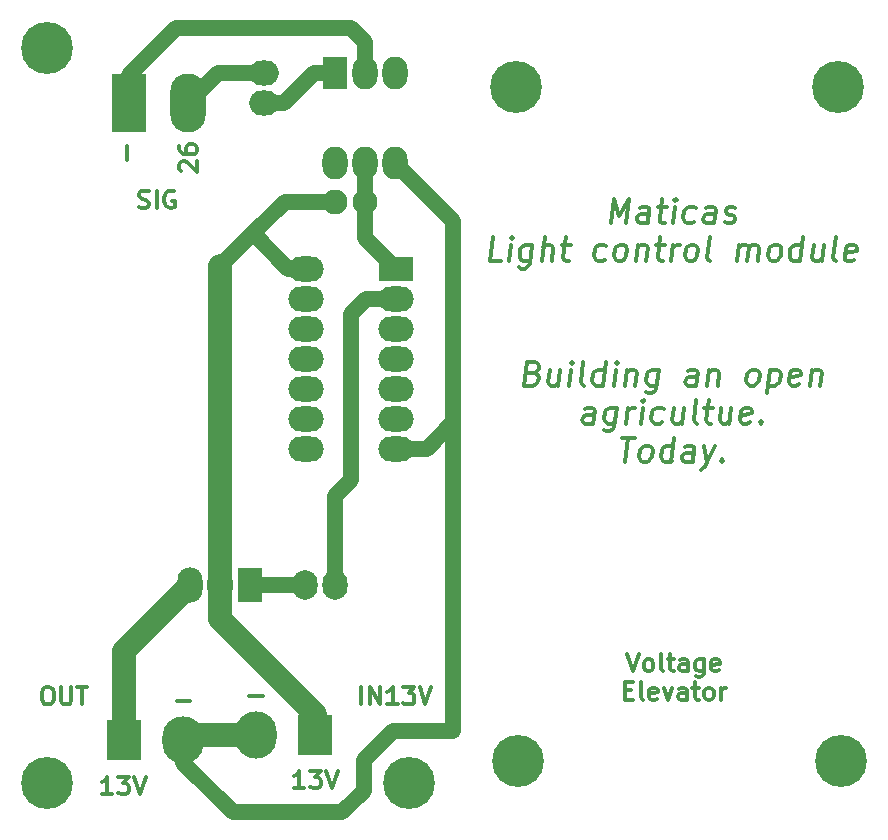
<source format=gbr>
%TF.GenerationSoftware,KiCad,Pcbnew,6.0.11+dfsg-1*%
%TF.CreationDate,2023-05-08T11:30:47-05:00*%
%TF.ProjectId,lights_control,6c696768-7473-45f6-936f-6e74726f6c2e,rev?*%
%TF.SameCoordinates,Original*%
%TF.FileFunction,Copper,L1,Top*%
%TF.FilePolarity,Positive*%
%FSLAX46Y46*%
G04 Gerber Fmt 4.6, Leading zero omitted, Abs format (unit mm)*
G04 Created by KiCad (PCBNEW 6.0.11+dfsg-1) date 2023-05-08 11:30:47*
%MOMM*%
%LPD*%
G01*
G04 APERTURE LIST*
%ADD10C,0.300000*%
%TA.AperFunction,NonConductor*%
%ADD11C,0.300000*%
%TD*%
%TA.AperFunction,ComponentPad*%
%ADD12C,4.400000*%
%TD*%
%TA.AperFunction,ComponentPad*%
%ADD13R,3.000000X3.500000*%
%TD*%
%TA.AperFunction,ComponentPad*%
%ADD14O,3.500000X4.000000*%
%TD*%
%TA.AperFunction,ComponentPad*%
%ADD15R,2.125000X3.000000*%
%TD*%
%TA.AperFunction,ComponentPad*%
%ADD16O,2.125000X3.000000*%
%TD*%
%TA.AperFunction,ComponentPad*%
%ADD17O,2.500000X2.125000*%
%TD*%
%TA.AperFunction,ComponentPad*%
%ADD18R,3.000000X2.125000*%
%TD*%
%TA.AperFunction,ComponentPad*%
%ADD19O,3.000000X2.125000*%
%TD*%
%TA.AperFunction,ComponentPad*%
%ADD20O,2.125000X2.500000*%
%TD*%
%TA.AperFunction,ComponentPad*%
%ADD21R,2.125000X2.800000*%
%TD*%
%TA.AperFunction,ComponentPad*%
%ADD22O,2.125000X2.800000*%
%TD*%
%TA.AperFunction,ComponentPad*%
%ADD23C,2.125000*%
%TD*%
%TA.AperFunction,ComponentPad*%
%ADD24O,2.125000X2.125000*%
%TD*%
%TA.AperFunction,ComponentPad*%
%ADD25R,3.000000X5.000000*%
%TD*%
%TA.AperFunction,ComponentPad*%
%ADD26O,3.000000X5.000000*%
%TD*%
%TA.AperFunction,Conductor*%
%ADD27C,1.330000*%
%TD*%
%TA.AperFunction,Conductor*%
%ADD28C,2.000000*%
%TD*%
%TA.AperFunction,Conductor*%
%ADD29C,2.125000*%
%TD*%
G04 APERTURE END LIST*
D10*
D11*
X87886167Y-111378571D02*
X87886167Y-109878571D01*
X88600452Y-111378571D02*
X88600452Y-109878571D01*
X89457595Y-111378571D01*
X89457595Y-109878571D01*
X90957595Y-111378571D02*
X90100452Y-111378571D01*
X90529024Y-111378571D02*
X90529024Y-109878571D01*
X90386167Y-110092857D01*
X90243310Y-110235714D01*
X90100452Y-110307142D01*
X91457595Y-109878571D02*
X92386167Y-109878571D01*
X91886167Y-110450000D01*
X92100452Y-110450000D01*
X92243310Y-110521428D01*
X92314738Y-110592857D01*
X92386167Y-110735714D01*
X92386167Y-111092857D01*
X92314738Y-111235714D01*
X92243310Y-111307142D01*
X92100452Y-111378571D01*
X91671881Y-111378571D01*
X91529024Y-111307142D01*
X91457595Y-111235714D01*
X92814738Y-109878571D02*
X93314738Y-111378571D01*
X93814738Y-109878571D01*
D10*
D11*
X110385810Y-107071071D02*
X110885810Y-108571071D01*
X111385810Y-107071071D01*
X112100095Y-108571071D02*
X111957238Y-108499642D01*
X111885810Y-108428214D01*
X111814381Y-108285357D01*
X111814381Y-107856785D01*
X111885810Y-107713928D01*
X111957238Y-107642500D01*
X112100095Y-107571071D01*
X112314381Y-107571071D01*
X112457238Y-107642500D01*
X112528667Y-107713928D01*
X112600095Y-107856785D01*
X112600095Y-108285357D01*
X112528667Y-108428214D01*
X112457238Y-108499642D01*
X112314381Y-108571071D01*
X112100095Y-108571071D01*
X113457238Y-108571071D02*
X113314381Y-108499642D01*
X113242952Y-108356785D01*
X113242952Y-107071071D01*
X113814381Y-107571071D02*
X114385810Y-107571071D01*
X114028667Y-107071071D02*
X114028667Y-108356785D01*
X114100095Y-108499642D01*
X114242952Y-108571071D01*
X114385810Y-108571071D01*
X115528667Y-108571071D02*
X115528667Y-107785357D01*
X115457238Y-107642500D01*
X115314381Y-107571071D01*
X115028667Y-107571071D01*
X114885810Y-107642500D01*
X115528667Y-108499642D02*
X115385810Y-108571071D01*
X115028667Y-108571071D01*
X114885810Y-108499642D01*
X114814381Y-108356785D01*
X114814381Y-108213928D01*
X114885810Y-108071071D01*
X115028667Y-107999642D01*
X115385810Y-107999642D01*
X115528667Y-107928214D01*
X116885810Y-107571071D02*
X116885810Y-108785357D01*
X116814381Y-108928214D01*
X116742952Y-108999642D01*
X116600095Y-109071071D01*
X116385810Y-109071071D01*
X116242952Y-108999642D01*
X116885810Y-108499642D02*
X116742952Y-108571071D01*
X116457238Y-108571071D01*
X116314381Y-108499642D01*
X116242952Y-108428214D01*
X116171524Y-108285357D01*
X116171524Y-107856785D01*
X116242952Y-107713928D01*
X116314381Y-107642500D01*
X116457238Y-107571071D01*
X116742952Y-107571071D01*
X116885810Y-107642500D01*
X118171524Y-108499642D02*
X118028667Y-108571071D01*
X117742952Y-108571071D01*
X117600095Y-108499642D01*
X117528667Y-108356785D01*
X117528667Y-107785357D01*
X117600095Y-107642500D01*
X117742952Y-107571071D01*
X118028667Y-107571071D01*
X118171524Y-107642500D01*
X118242952Y-107785357D01*
X118242952Y-107928214D01*
X117528667Y-108071071D01*
X110207238Y-110200357D02*
X110707238Y-110200357D01*
X110921524Y-110986071D02*
X110207238Y-110986071D01*
X110207238Y-109486071D01*
X110921524Y-109486071D01*
X111778667Y-110986071D02*
X111635810Y-110914642D01*
X111564381Y-110771785D01*
X111564381Y-109486071D01*
X112921524Y-110914642D02*
X112778667Y-110986071D01*
X112492952Y-110986071D01*
X112350095Y-110914642D01*
X112278667Y-110771785D01*
X112278667Y-110200357D01*
X112350095Y-110057500D01*
X112492952Y-109986071D01*
X112778667Y-109986071D01*
X112921524Y-110057500D01*
X112992952Y-110200357D01*
X112992952Y-110343214D01*
X112278667Y-110486071D01*
X113492952Y-109986071D02*
X113850095Y-110986071D01*
X114207238Y-109986071D01*
X115421524Y-110986071D02*
X115421524Y-110200357D01*
X115350095Y-110057500D01*
X115207238Y-109986071D01*
X114921524Y-109986071D01*
X114778667Y-110057500D01*
X115421524Y-110914642D02*
X115278667Y-110986071D01*
X114921524Y-110986071D01*
X114778667Y-110914642D01*
X114707238Y-110771785D01*
X114707238Y-110628928D01*
X114778667Y-110486071D01*
X114921524Y-110414642D01*
X115278667Y-110414642D01*
X115421524Y-110343214D01*
X115921524Y-109986071D02*
X116492952Y-109986071D01*
X116135810Y-109486071D02*
X116135810Y-110771785D01*
X116207238Y-110914642D01*
X116350095Y-110986071D01*
X116492952Y-110986071D01*
X117207238Y-110986071D02*
X117064381Y-110914642D01*
X116992952Y-110843214D01*
X116921524Y-110700357D01*
X116921524Y-110271785D01*
X116992952Y-110128928D01*
X117064381Y-110057500D01*
X117207238Y-109986071D01*
X117421524Y-109986071D01*
X117564381Y-110057500D01*
X117635810Y-110128928D01*
X117707238Y-110271785D01*
X117707238Y-110700357D01*
X117635810Y-110843214D01*
X117564381Y-110914642D01*
X117421524Y-110986071D01*
X117207238Y-110986071D01*
X118350095Y-110986071D02*
X118350095Y-109986071D01*
X118350095Y-110271785D02*
X118421524Y-110128928D01*
X118492952Y-110057500D01*
X118635810Y-109986071D01*
X118778667Y-109986071D01*
D10*
D11*
X66799738Y-118986071D02*
X65942595Y-118986071D01*
X66371167Y-118986071D02*
X66371167Y-117486071D01*
X66228310Y-117700357D01*
X66085452Y-117843214D01*
X65942595Y-117914642D01*
X67299738Y-117486071D02*
X68228310Y-117486071D01*
X67728310Y-118057500D01*
X67942595Y-118057500D01*
X68085452Y-118128928D01*
X68156881Y-118200357D01*
X68228310Y-118343214D01*
X68228310Y-118700357D01*
X68156881Y-118843214D01*
X68085452Y-118914642D01*
X67942595Y-118986071D01*
X67514024Y-118986071D01*
X67371167Y-118914642D01*
X67299738Y-118843214D01*
X68656881Y-117486071D02*
X69156881Y-118986071D01*
X69656881Y-117486071D01*
D10*
D11*
X61185810Y-109878571D02*
X61471524Y-109878571D01*
X61614381Y-109950000D01*
X61757238Y-110092857D01*
X61828667Y-110378571D01*
X61828667Y-110878571D01*
X61757238Y-111164285D01*
X61614381Y-111307142D01*
X61471524Y-111378571D01*
X61185810Y-111378571D01*
X61042952Y-111307142D01*
X60900095Y-111164285D01*
X60828667Y-110878571D01*
X60828667Y-110378571D01*
X60900095Y-110092857D01*
X61042952Y-109950000D01*
X61185810Y-109878571D01*
X62471524Y-109878571D02*
X62471524Y-111092857D01*
X62542952Y-111235714D01*
X62614381Y-111307142D01*
X62757238Y-111378571D01*
X63042952Y-111378571D01*
X63185810Y-111307142D01*
X63257238Y-111235714D01*
X63328667Y-111092857D01*
X63328667Y-109878571D01*
X63828667Y-109878571D02*
X64685810Y-109878571D01*
X64257238Y-111378571D02*
X64257238Y-109878571D01*
D10*
D11*
X72256881Y-111114642D02*
X73399738Y-111114642D01*
D10*
D11*
X68078667Y-64128571D02*
X68078667Y-65271428D01*
D10*
D11*
X83057238Y-118478571D02*
X82200095Y-118478571D01*
X82628667Y-118478571D02*
X82628667Y-116978571D01*
X82485810Y-117192857D01*
X82342952Y-117335714D01*
X82200095Y-117407142D01*
X83557238Y-116978571D02*
X84485810Y-116978571D01*
X83985810Y-117550000D01*
X84200095Y-117550000D01*
X84342952Y-117621428D01*
X84414381Y-117692857D01*
X84485810Y-117835714D01*
X84485810Y-118192857D01*
X84414381Y-118335714D01*
X84342952Y-118407142D01*
X84200095Y-118478571D01*
X83771524Y-118478571D01*
X83628667Y-118407142D01*
X83557238Y-118335714D01*
X84914381Y-116978571D02*
X85414381Y-118478571D01*
X85914381Y-116978571D01*
D10*
D11*
X102470274Y-83337142D02*
X102744083Y-83432380D01*
X102827417Y-83527619D01*
X102898845Y-83718095D01*
X102863131Y-84003809D01*
X102744083Y-84194285D01*
X102636940Y-84289523D01*
X102434560Y-84384761D01*
X101672655Y-84384761D01*
X101922655Y-82384761D01*
X102589321Y-82384761D01*
X102767893Y-82480000D01*
X102851226Y-82575238D01*
X102922655Y-82765714D01*
X102898845Y-82956190D01*
X102779798Y-83146666D01*
X102672655Y-83241904D01*
X102470274Y-83337142D01*
X101803607Y-83337142D01*
X104696464Y-83051428D02*
X104529798Y-84384761D01*
X103839321Y-83051428D02*
X103708369Y-84099047D01*
X103779798Y-84289523D01*
X103958369Y-84384761D01*
X104244083Y-84384761D01*
X104446464Y-84289523D01*
X104553607Y-84194285D01*
X105482179Y-84384761D02*
X105648845Y-83051428D01*
X105732179Y-82384761D02*
X105625036Y-82480000D01*
X105708369Y-82575238D01*
X105815512Y-82480000D01*
X105732179Y-82384761D01*
X105708369Y-82575238D01*
X106720274Y-84384761D02*
X106541702Y-84289523D01*
X106470274Y-84099047D01*
X106684560Y-82384761D01*
X108339321Y-84384761D02*
X108589321Y-82384761D01*
X108351226Y-84289523D02*
X108148845Y-84384761D01*
X107767893Y-84384761D01*
X107589321Y-84289523D01*
X107505988Y-84194285D01*
X107434560Y-84003809D01*
X107505988Y-83432380D01*
X107625036Y-83241904D01*
X107732179Y-83146666D01*
X107934560Y-83051428D01*
X108315512Y-83051428D01*
X108494083Y-83146666D01*
X109291702Y-84384761D02*
X109458369Y-83051428D01*
X109541702Y-82384761D02*
X109434560Y-82480000D01*
X109517893Y-82575238D01*
X109625036Y-82480000D01*
X109541702Y-82384761D01*
X109517893Y-82575238D01*
X110410750Y-83051428D02*
X110244083Y-84384761D01*
X110386940Y-83241904D02*
X110494083Y-83146666D01*
X110696464Y-83051428D01*
X110982179Y-83051428D01*
X111160750Y-83146666D01*
X111232179Y-83337142D01*
X111101226Y-84384761D01*
X113077417Y-83051428D02*
X112875036Y-84670476D01*
X112755988Y-84860952D01*
X112648845Y-84956190D01*
X112446464Y-85051428D01*
X112160750Y-85051428D01*
X111982179Y-84956190D01*
X112922655Y-84289523D02*
X112720274Y-84384761D01*
X112339321Y-84384761D01*
X112160750Y-84289523D01*
X112077417Y-84194285D01*
X112005988Y-84003809D01*
X112077417Y-83432380D01*
X112196464Y-83241904D01*
X112303607Y-83146666D01*
X112505988Y-83051428D01*
X112886940Y-83051428D01*
X113065512Y-83146666D01*
X116244083Y-84384761D02*
X116375036Y-83337142D01*
X116303607Y-83146666D01*
X116125036Y-83051428D01*
X115744083Y-83051428D01*
X115541702Y-83146666D01*
X116255988Y-84289523D02*
X116053607Y-84384761D01*
X115577417Y-84384761D01*
X115398845Y-84289523D01*
X115327417Y-84099047D01*
X115351226Y-83908571D01*
X115470274Y-83718095D01*
X115672655Y-83622857D01*
X116148845Y-83622857D01*
X116351226Y-83527619D01*
X117363131Y-83051428D02*
X117196464Y-84384761D01*
X117339321Y-83241904D02*
X117446464Y-83146666D01*
X117648845Y-83051428D01*
X117934560Y-83051428D01*
X118113131Y-83146666D01*
X118184560Y-83337142D01*
X118053607Y-84384761D01*
X120815512Y-84384761D02*
X120636940Y-84289523D01*
X120553607Y-84194285D01*
X120482179Y-84003809D01*
X120553607Y-83432380D01*
X120672655Y-83241904D01*
X120779798Y-83146666D01*
X120982179Y-83051428D01*
X121267893Y-83051428D01*
X121446464Y-83146666D01*
X121529798Y-83241904D01*
X121601226Y-83432380D01*
X121529798Y-84003809D01*
X121410750Y-84194285D01*
X121303607Y-84289523D01*
X121101226Y-84384761D01*
X120815512Y-84384761D01*
X122505988Y-83051428D02*
X122255988Y-85051428D01*
X122494083Y-83146666D02*
X122696464Y-83051428D01*
X123077417Y-83051428D01*
X123255988Y-83146666D01*
X123339321Y-83241904D01*
X123410750Y-83432380D01*
X123339321Y-84003809D01*
X123220274Y-84194285D01*
X123113131Y-84289523D01*
X122910750Y-84384761D01*
X122529798Y-84384761D01*
X122351226Y-84289523D01*
X124922655Y-84289523D02*
X124720274Y-84384761D01*
X124339321Y-84384761D01*
X124160750Y-84289523D01*
X124089321Y-84099047D01*
X124184560Y-83337142D01*
X124303607Y-83146666D01*
X124505988Y-83051428D01*
X124886940Y-83051428D01*
X125065512Y-83146666D01*
X125136940Y-83337142D01*
X125113131Y-83527619D01*
X124136940Y-83718095D01*
X126029798Y-83051428D02*
X125863131Y-84384761D01*
X126005988Y-83241904D02*
X126113131Y-83146666D01*
X126315512Y-83051428D01*
X126601226Y-83051428D01*
X126779798Y-83146666D01*
X126851226Y-83337142D01*
X126720274Y-84384761D01*
X107529798Y-87604761D02*
X107660750Y-86557142D01*
X107589321Y-86366666D01*
X107410750Y-86271428D01*
X107029798Y-86271428D01*
X106827417Y-86366666D01*
X107541702Y-87509523D02*
X107339321Y-87604761D01*
X106863131Y-87604761D01*
X106684560Y-87509523D01*
X106613131Y-87319047D01*
X106636940Y-87128571D01*
X106755988Y-86938095D01*
X106958369Y-86842857D01*
X107434560Y-86842857D01*
X107636940Y-86747619D01*
X109505988Y-86271428D02*
X109303607Y-87890476D01*
X109184560Y-88080952D01*
X109077417Y-88176190D01*
X108875036Y-88271428D01*
X108589321Y-88271428D01*
X108410750Y-88176190D01*
X109351226Y-87509523D02*
X109148845Y-87604761D01*
X108767893Y-87604761D01*
X108589321Y-87509523D01*
X108505988Y-87414285D01*
X108434560Y-87223809D01*
X108505988Y-86652380D01*
X108625036Y-86461904D01*
X108732179Y-86366666D01*
X108934560Y-86271428D01*
X109315512Y-86271428D01*
X109494083Y-86366666D01*
X110291702Y-87604761D02*
X110458369Y-86271428D01*
X110410750Y-86652380D02*
X110529798Y-86461904D01*
X110636940Y-86366666D01*
X110839321Y-86271428D01*
X111029798Y-86271428D01*
X111529798Y-87604761D02*
X111696464Y-86271428D01*
X111779798Y-85604761D02*
X111672655Y-85700000D01*
X111755988Y-85795238D01*
X111863131Y-85700000D01*
X111779798Y-85604761D01*
X111755988Y-85795238D01*
X113351226Y-87509523D02*
X113148845Y-87604761D01*
X112767893Y-87604761D01*
X112589321Y-87509523D01*
X112505988Y-87414285D01*
X112434560Y-87223809D01*
X112505988Y-86652380D01*
X112625036Y-86461904D01*
X112732179Y-86366666D01*
X112934560Y-86271428D01*
X113315512Y-86271428D01*
X113494083Y-86366666D01*
X115220274Y-86271428D02*
X115053607Y-87604761D01*
X114363131Y-86271428D02*
X114232179Y-87319047D01*
X114303607Y-87509523D01*
X114482179Y-87604761D01*
X114767893Y-87604761D01*
X114970274Y-87509523D01*
X115077417Y-87414285D01*
X116291702Y-87604761D02*
X116113131Y-87509523D01*
X116041702Y-87319047D01*
X116255988Y-85604761D01*
X116934560Y-86271428D02*
X117696464Y-86271428D01*
X117303607Y-85604761D02*
X117089321Y-87319047D01*
X117160750Y-87509523D01*
X117339321Y-87604761D01*
X117529798Y-87604761D01*
X119220274Y-86271428D02*
X119053607Y-87604761D01*
X118363131Y-86271428D02*
X118232179Y-87319047D01*
X118303607Y-87509523D01*
X118482179Y-87604761D01*
X118767893Y-87604761D01*
X118970274Y-87509523D01*
X119077417Y-87414285D01*
X120779798Y-87509523D02*
X120577417Y-87604761D01*
X120196464Y-87604761D01*
X120017893Y-87509523D01*
X119946464Y-87319047D01*
X120041702Y-86557142D01*
X120160750Y-86366666D01*
X120363131Y-86271428D01*
X120744083Y-86271428D01*
X120922655Y-86366666D01*
X120994083Y-86557142D01*
X120970274Y-86747619D01*
X119994083Y-86938095D01*
X121744083Y-87414285D02*
X121827417Y-87509523D01*
X121720274Y-87604761D01*
X121636940Y-87509523D01*
X121744083Y-87414285D01*
X121720274Y-87604761D01*
X109922655Y-88824761D02*
X111065512Y-88824761D01*
X110244083Y-90824761D02*
X110494083Y-88824761D01*
X111767893Y-90824761D02*
X111589321Y-90729523D01*
X111505988Y-90634285D01*
X111434560Y-90443809D01*
X111505988Y-89872380D01*
X111625036Y-89681904D01*
X111732179Y-89586666D01*
X111934560Y-89491428D01*
X112220274Y-89491428D01*
X112398845Y-89586666D01*
X112482179Y-89681904D01*
X112553607Y-89872380D01*
X112482179Y-90443809D01*
X112363131Y-90634285D01*
X112255988Y-90729523D01*
X112053607Y-90824761D01*
X111767893Y-90824761D01*
X114148845Y-90824761D02*
X114398845Y-88824761D01*
X114160750Y-90729523D02*
X113958369Y-90824761D01*
X113577417Y-90824761D01*
X113398845Y-90729523D01*
X113315512Y-90634285D01*
X113244083Y-90443809D01*
X113315512Y-89872380D01*
X113434560Y-89681904D01*
X113541702Y-89586666D01*
X113744083Y-89491428D01*
X114125036Y-89491428D01*
X114303607Y-89586666D01*
X115958369Y-90824761D02*
X116089321Y-89777142D01*
X116017893Y-89586666D01*
X115839321Y-89491428D01*
X115458369Y-89491428D01*
X115255988Y-89586666D01*
X115970274Y-90729523D02*
X115767893Y-90824761D01*
X115291702Y-90824761D01*
X115113131Y-90729523D01*
X115041702Y-90539047D01*
X115065512Y-90348571D01*
X115184560Y-90158095D01*
X115386940Y-90062857D01*
X115863131Y-90062857D01*
X116065512Y-89967619D01*
X116886940Y-89491428D02*
X117196464Y-90824761D01*
X117839321Y-89491428D02*
X117196464Y-90824761D01*
X116946464Y-91300952D01*
X116839321Y-91396190D01*
X116636940Y-91491428D01*
X118458369Y-90634285D02*
X118541702Y-90729523D01*
X118434560Y-90824761D01*
X118351226Y-90729523D01*
X118458369Y-90634285D01*
X118434560Y-90824761D01*
D10*
D11*
X109005988Y-70594761D02*
X109255988Y-68594761D01*
X109744083Y-70023333D01*
X110589321Y-68594761D01*
X110339321Y-70594761D01*
X112148845Y-70594761D02*
X112279798Y-69547142D01*
X112208369Y-69356666D01*
X112029798Y-69261428D01*
X111648845Y-69261428D01*
X111446464Y-69356666D01*
X112160750Y-70499523D02*
X111958369Y-70594761D01*
X111482179Y-70594761D01*
X111303607Y-70499523D01*
X111232179Y-70309047D01*
X111255988Y-70118571D01*
X111375036Y-69928095D01*
X111577417Y-69832857D01*
X112053607Y-69832857D01*
X112255988Y-69737619D01*
X112982179Y-69261428D02*
X113744083Y-69261428D01*
X113351226Y-68594761D02*
X113136940Y-70309047D01*
X113208369Y-70499523D01*
X113386940Y-70594761D01*
X113577417Y-70594761D01*
X114244083Y-70594761D02*
X114410750Y-69261428D01*
X114494083Y-68594761D02*
X114386940Y-68690000D01*
X114470274Y-68785238D01*
X114577417Y-68690000D01*
X114494083Y-68594761D01*
X114470274Y-68785238D01*
X116065512Y-70499523D02*
X115863131Y-70594761D01*
X115482179Y-70594761D01*
X115303607Y-70499523D01*
X115220274Y-70404285D01*
X115148845Y-70213809D01*
X115220274Y-69642380D01*
X115339321Y-69451904D01*
X115446464Y-69356666D01*
X115648845Y-69261428D01*
X116029798Y-69261428D01*
X116208369Y-69356666D01*
X117767893Y-70594761D02*
X117898845Y-69547142D01*
X117827417Y-69356666D01*
X117648845Y-69261428D01*
X117267893Y-69261428D01*
X117065512Y-69356666D01*
X117779798Y-70499523D02*
X117577417Y-70594761D01*
X117101226Y-70594761D01*
X116922655Y-70499523D01*
X116851226Y-70309047D01*
X116875036Y-70118571D01*
X116994083Y-69928095D01*
X117196464Y-69832857D01*
X117672655Y-69832857D01*
X117875036Y-69737619D01*
X118636940Y-70499523D02*
X118815512Y-70594761D01*
X119196464Y-70594761D01*
X119398845Y-70499523D01*
X119517893Y-70309047D01*
X119529798Y-70213809D01*
X119458369Y-70023333D01*
X119279798Y-69928095D01*
X118994083Y-69928095D01*
X118815512Y-69832857D01*
X118744083Y-69642380D01*
X118755988Y-69547142D01*
X118875036Y-69356666D01*
X119077417Y-69261428D01*
X119363131Y-69261428D01*
X119541702Y-69356666D01*
X99720274Y-73814761D02*
X98767893Y-73814761D01*
X99017893Y-71814761D01*
X100386940Y-73814761D02*
X100553607Y-72481428D01*
X100636940Y-71814761D02*
X100529798Y-71910000D01*
X100613131Y-72005238D01*
X100720274Y-71910000D01*
X100636940Y-71814761D01*
X100613131Y-72005238D01*
X102363131Y-72481428D02*
X102160750Y-74100476D01*
X102041702Y-74290952D01*
X101934560Y-74386190D01*
X101732179Y-74481428D01*
X101446464Y-74481428D01*
X101267893Y-74386190D01*
X102208369Y-73719523D02*
X102005988Y-73814761D01*
X101625036Y-73814761D01*
X101446464Y-73719523D01*
X101363131Y-73624285D01*
X101291702Y-73433809D01*
X101363131Y-72862380D01*
X101482179Y-72671904D01*
X101589321Y-72576666D01*
X101791702Y-72481428D01*
X102172655Y-72481428D01*
X102351226Y-72576666D01*
X103148845Y-73814761D02*
X103398845Y-71814761D01*
X104005988Y-73814761D02*
X104136940Y-72767142D01*
X104065512Y-72576666D01*
X103886940Y-72481428D01*
X103601226Y-72481428D01*
X103398845Y-72576666D01*
X103291702Y-72671904D01*
X104839321Y-72481428D02*
X105601226Y-72481428D01*
X105208369Y-71814761D02*
X104994083Y-73529047D01*
X105065512Y-73719523D01*
X105244083Y-73814761D01*
X105434560Y-73814761D01*
X108494083Y-73719523D02*
X108291702Y-73814761D01*
X107910750Y-73814761D01*
X107732179Y-73719523D01*
X107648845Y-73624285D01*
X107577417Y-73433809D01*
X107648845Y-72862380D01*
X107767893Y-72671904D01*
X107875036Y-72576666D01*
X108077417Y-72481428D01*
X108458369Y-72481428D01*
X108636940Y-72576666D01*
X109625036Y-73814761D02*
X109446464Y-73719523D01*
X109363131Y-73624285D01*
X109291702Y-73433809D01*
X109363131Y-72862380D01*
X109482179Y-72671904D01*
X109589321Y-72576666D01*
X109791702Y-72481428D01*
X110077417Y-72481428D01*
X110255988Y-72576666D01*
X110339321Y-72671904D01*
X110410750Y-72862380D01*
X110339321Y-73433809D01*
X110220274Y-73624285D01*
X110113131Y-73719523D01*
X109910750Y-73814761D01*
X109625036Y-73814761D01*
X111315512Y-72481428D02*
X111148845Y-73814761D01*
X111291702Y-72671904D02*
X111398845Y-72576666D01*
X111601226Y-72481428D01*
X111886940Y-72481428D01*
X112065512Y-72576666D01*
X112136940Y-72767142D01*
X112005988Y-73814761D01*
X112839321Y-72481428D02*
X113601226Y-72481428D01*
X113208369Y-71814761D02*
X112994083Y-73529047D01*
X113065512Y-73719523D01*
X113244083Y-73814761D01*
X113434560Y-73814761D01*
X114101226Y-73814761D02*
X114267893Y-72481428D01*
X114220274Y-72862380D02*
X114339321Y-72671904D01*
X114446464Y-72576666D01*
X114648845Y-72481428D01*
X114839321Y-72481428D01*
X115625036Y-73814761D02*
X115446464Y-73719523D01*
X115363131Y-73624285D01*
X115291702Y-73433809D01*
X115363131Y-72862380D01*
X115482179Y-72671904D01*
X115589321Y-72576666D01*
X115791702Y-72481428D01*
X116077417Y-72481428D01*
X116255988Y-72576666D01*
X116339321Y-72671904D01*
X116410750Y-72862380D01*
X116339321Y-73433809D01*
X116220274Y-73624285D01*
X116113131Y-73719523D01*
X115910750Y-73814761D01*
X115625036Y-73814761D01*
X117434560Y-73814761D02*
X117255988Y-73719523D01*
X117184560Y-73529047D01*
X117398845Y-71814761D01*
X119720274Y-73814761D02*
X119886940Y-72481428D01*
X119863131Y-72671904D02*
X119970274Y-72576666D01*
X120172655Y-72481428D01*
X120458369Y-72481428D01*
X120636940Y-72576666D01*
X120708369Y-72767142D01*
X120577417Y-73814761D01*
X120708369Y-72767142D02*
X120827417Y-72576666D01*
X121029798Y-72481428D01*
X121315512Y-72481428D01*
X121494083Y-72576666D01*
X121565512Y-72767142D01*
X121434560Y-73814761D01*
X122672655Y-73814761D02*
X122494083Y-73719523D01*
X122410750Y-73624285D01*
X122339321Y-73433809D01*
X122410750Y-72862380D01*
X122529798Y-72671904D01*
X122636940Y-72576666D01*
X122839321Y-72481428D01*
X123125036Y-72481428D01*
X123303607Y-72576666D01*
X123386940Y-72671904D01*
X123458369Y-72862380D01*
X123386940Y-73433809D01*
X123267893Y-73624285D01*
X123160750Y-73719523D01*
X122958369Y-73814761D01*
X122672655Y-73814761D01*
X125053607Y-73814761D02*
X125303607Y-71814761D01*
X125065512Y-73719523D02*
X124863131Y-73814761D01*
X124482179Y-73814761D01*
X124303607Y-73719523D01*
X124220274Y-73624285D01*
X124148845Y-73433809D01*
X124220274Y-72862380D01*
X124339321Y-72671904D01*
X124446464Y-72576666D01*
X124648845Y-72481428D01*
X125029798Y-72481428D01*
X125208369Y-72576666D01*
X127029798Y-72481428D02*
X126863131Y-73814761D01*
X126172655Y-72481428D02*
X126041702Y-73529047D01*
X126113131Y-73719523D01*
X126291702Y-73814761D01*
X126577417Y-73814761D01*
X126779798Y-73719523D01*
X126886940Y-73624285D01*
X128101226Y-73814761D02*
X127922655Y-73719523D01*
X127851226Y-73529047D01*
X128065512Y-71814761D01*
X129636940Y-73719523D02*
X129434560Y-73814761D01*
X129053607Y-73814761D01*
X128875036Y-73719523D01*
X128803607Y-73529047D01*
X128898845Y-72767142D01*
X129017893Y-72576666D01*
X129220274Y-72481428D01*
X129601226Y-72481428D01*
X129779798Y-72576666D01*
X129851226Y-72767142D01*
X129827417Y-72957619D01*
X128851226Y-73148095D01*
D10*
D11*
X78414381Y-110707142D02*
X79557238Y-110707142D01*
D10*
D11*
X72607238Y-66242857D02*
X72535810Y-66171428D01*
X72464381Y-66028571D01*
X72464381Y-65671428D01*
X72535810Y-65528571D01*
X72607238Y-65457142D01*
X72750095Y-65385714D01*
X72892952Y-65385714D01*
X73107238Y-65457142D01*
X73964381Y-66314285D01*
X73964381Y-65385714D01*
X72464381Y-64100000D02*
X72464381Y-64385714D01*
X72535810Y-64528571D01*
X72607238Y-64600000D01*
X72821524Y-64742857D01*
X73107238Y-64814285D01*
X73678667Y-64814285D01*
X73821524Y-64742857D01*
X73892952Y-64671428D01*
X73964381Y-64528571D01*
X73964381Y-64242857D01*
X73892952Y-64100000D01*
X73821524Y-64028571D01*
X73678667Y-63957142D01*
X73321524Y-63957142D01*
X73178667Y-64028571D01*
X73107238Y-64100000D01*
X73035810Y-64242857D01*
X73035810Y-64528571D01*
X73107238Y-64671428D01*
X73178667Y-64742857D01*
X73321524Y-64814285D01*
D10*
D11*
X69050095Y-69307142D02*
X69264381Y-69378571D01*
X69621524Y-69378571D01*
X69764381Y-69307142D01*
X69835810Y-69235714D01*
X69907238Y-69092857D01*
X69907238Y-68950000D01*
X69835810Y-68807142D01*
X69764381Y-68735714D01*
X69621524Y-68664285D01*
X69335810Y-68592857D01*
X69192952Y-68521428D01*
X69121524Y-68450000D01*
X69050095Y-68307142D01*
X69050095Y-68164285D01*
X69121524Y-68021428D01*
X69192952Y-67950000D01*
X69335810Y-67878571D01*
X69692952Y-67878571D01*
X69907238Y-67950000D01*
X70550095Y-69378571D02*
X70550095Y-67878571D01*
X72050095Y-67950000D02*
X71907238Y-67878571D01*
X71692952Y-67878571D01*
X71478667Y-67950000D01*
X71335810Y-68092857D01*
X71264381Y-68235714D01*
X71192952Y-68521428D01*
X71192952Y-68735714D01*
X71264381Y-69021428D01*
X71335810Y-69164285D01*
X71478667Y-69307142D01*
X71692952Y-69378571D01*
X71835810Y-69378571D01*
X72050095Y-69307142D01*
X72121524Y-69235714D01*
X72121524Y-68735714D01*
X71835810Y-68735714D01*
D12*
%TO.P,H3,1*%
%TO.N,N/C*%
X61285810Y-55800000D03*
%TD*%
D13*
%TO.P,12V1,1,Pin_1*%
%TO.N,12v*%
X83943310Y-113992500D03*
D14*
%TO.P,12V1,2,Pin_2*%
%TO.N,GND12V*%
X78943310Y-113992500D03*
%TD*%
D12*
%TO.P,H7,1*%
%TO.N,N/C*%
X128265810Y-59100000D03*
%TD*%
D15*
%TO.P,Q1,1,B*%
%TO.N,Net-(Q1-Pad1)*%
X78481560Y-101300000D03*
D16*
%TO.P,Q1,2,C*%
%TO.N,12v*%
X75941560Y-101300000D03*
%TO.P,Q1,3,E*%
%TO.N,Net-(OUT1-Pad1)*%
X73401560Y-101300000D03*
%TD*%
D12*
%TO.P,H5,1*%
%TO.N,N/C*%
X128465810Y-116200000D03*
%TD*%
D17*
%TO.P,R1,1*%
%TO.N,D26*%
X79685810Y-57936250D03*
%TO.P,R1,2*%
%TO.N,Net-(R1-Pad2)*%
X79685810Y-60476250D03*
%TD*%
D18*
%TO.P,U2,1*%
%TO.N,Net-(R2-Pad1)*%
X90785810Y-74475000D03*
D19*
%TO.P,U2,2*%
%TO.N,Net-(R3-Pad1)*%
X90785810Y-77015000D03*
%TO.P,U2,3*%
%TO.N,unconnected-(U2-Pad3)*%
X90785810Y-79555000D03*
%TO.P,U2,4*%
%TO.N,unconnected-(U2-Pad4)*%
X90785810Y-82095000D03*
%TO.P,U2,5*%
%TO.N,unconnected-(U2-Pad5)*%
X90785810Y-84635000D03*
%TO.P,U2,6*%
%TO.N,unconnected-(U2-Pad6)*%
X90785810Y-87175000D03*
%TO.P,U2,7,VSS*%
%TO.N,GND12V*%
X90785810Y-89715000D03*
%TO.P,U2,8*%
%TO.N,unconnected-(U2-Pad8)*%
X83165810Y-89715000D03*
%TO.P,U2,9*%
%TO.N,unconnected-(U2-Pad9)*%
X83165810Y-87175000D03*
%TO.P,U2,10*%
%TO.N,unconnected-(U2-Pad10)*%
X83165810Y-84635000D03*
%TO.P,U2,11*%
%TO.N,unconnected-(U2-Pad11)*%
X83165810Y-82095000D03*
%TO.P,U2,12*%
%TO.N,N/C*%
X83165810Y-79555000D03*
%TO.P,U2,13*%
X83165810Y-77015000D03*
%TO.P,U2,14,VDD*%
%TO.N,12v*%
X83165810Y-74475000D03*
%TD*%
D12*
%TO.P,H1,1*%
%TO.N,N/C*%
X61285810Y-118000000D03*
%TD*%
%TO.P,H2,1*%
%TO.N,N/C*%
X91885810Y-118000000D03*
%TD*%
D20*
%TO.P,R3,1*%
%TO.N,Net-(R3-Pad1)*%
X85649560Y-101300000D03*
%TO.P,R3,2*%
%TO.N,Net-(Q1-Pad1)*%
X83109560Y-101300000D03*
%TD*%
D12*
%TO.P,H4,1*%
%TO.N,N/C*%
X101185810Y-116200000D03*
%TD*%
D21*
%TO.P,U1,1*%
%TO.N,Net-(R1-Pad2)*%
X85660810Y-57900000D03*
D22*
%TO.P,U1,2*%
%TO.N,GND SIG*%
X88200810Y-57900000D03*
%TO.P,U1,3,NC*%
%TO.N,unconnected-(U1-Pad3)*%
X90740810Y-57900000D03*
%TO.P,U1,4*%
%TO.N,GND12V*%
X90740810Y-65520000D03*
%TO.P,U1,5*%
%TO.N,Net-(R2-Pad1)*%
X88200810Y-65520000D03*
%TO.P,U1,6*%
%TO.N,unconnected-(U1-Pad6)*%
X85660810Y-65520000D03*
%TD*%
D23*
%TO.P,R2,1*%
%TO.N,Net-(R2-Pad1)*%
X88205810Y-68800000D03*
D24*
%TO.P,R2,2*%
%TO.N,12v*%
X85665810Y-68800000D03*
%TD*%
D13*
%TO.P,OUT1,1,Pin_1*%
%TO.N,Net-(OUT1-Pad1)*%
X67828310Y-114407500D03*
D14*
%TO.P,OUT1,2,Pin_2*%
%TO.N,GND12V*%
X72828310Y-114407500D03*
%TD*%
D25*
%TO.P,12V2,1,Pin_1*%
%TO.N,GND SIG*%
X68185810Y-60500000D03*
D26*
%TO.P,12V2,2,Pin_2*%
%TO.N,D26*%
X73185810Y-60500000D03*
%TD*%
D12*
%TO.P,H6,1*%
%TO.N,N/C*%
X100985810Y-59100000D03*
%TD*%
D27*
%TO.N,12v*%
X81385810Y-68800000D02*
X85665810Y-68800000D01*
X83165810Y-74475000D02*
X81660810Y-74475000D01*
D28*
X83943310Y-113992500D02*
X83943310Y-112157500D01*
X75941560Y-104155750D02*
X75941560Y-74244250D01*
D27*
X75941560Y-74244250D02*
X78685810Y-71500000D01*
D28*
X83943310Y-112157500D02*
X75941560Y-104155750D01*
D27*
X81660810Y-74475000D02*
X78685810Y-71500000D01*
X78685810Y-71500000D02*
X81385810Y-68800000D01*
%TO.N,GND12V*%
X88085810Y-118700000D02*
X88085810Y-116100000D01*
X73243310Y-113992500D02*
X72828310Y-114407500D01*
X86285810Y-120500000D02*
X88085810Y-118700000D01*
X90585810Y-113600000D02*
X95685810Y-113600000D01*
X95685810Y-70465000D02*
X90740810Y-65520000D01*
X90785810Y-89715000D02*
X93470810Y-89715000D01*
X76985810Y-120500000D02*
X86285810Y-120500000D01*
D28*
X78943310Y-113992500D02*
X73243310Y-113992500D01*
D29*
X72893310Y-113992500D02*
X72885810Y-114000000D01*
D27*
X95685810Y-87400000D02*
X95685810Y-70465000D01*
X88085810Y-116100000D02*
X90585810Y-113600000D01*
X95685810Y-113600000D02*
X95685810Y-87400000D01*
X95685810Y-87500000D02*
X95685810Y-87400000D01*
X93470810Y-89715000D02*
X95685810Y-87500000D01*
X72828310Y-116342500D02*
X76985810Y-120500000D01*
%TO.N,Net-(OUT1-Pad1)*%
X73401560Y-101300000D02*
X73401560Y-101615750D01*
D28*
X67828310Y-114407500D02*
X67828310Y-106873250D01*
X67828310Y-106873250D02*
X73401560Y-101300000D01*
D27*
%TO.N,Net-(Q1-Pad1)*%
X83109560Y-101300000D02*
X78481560Y-101300000D01*
%TO.N,D26*%
X79685810Y-57936250D02*
X75749560Y-57936250D01*
X75749560Y-57936250D02*
X73185810Y-60500000D01*
%TO.N,Net-(R1-Pad2)*%
X79685810Y-60476250D02*
X81309560Y-60476250D01*
X81309560Y-60476250D02*
X83885810Y-57900000D01*
X83885810Y-57900000D02*
X85660810Y-57900000D01*
%TO.N,Net-(R2-Pad1)*%
X88200810Y-68795000D02*
X88205810Y-68800000D01*
X88200810Y-65520000D02*
X88200810Y-68795000D01*
X88205810Y-71895000D02*
X90785810Y-74475000D01*
X88205810Y-68800000D02*
X88205810Y-71895000D01*
%TO.N,Net-(R3-Pad1)*%
X85649560Y-101300000D02*
X85649560Y-93736250D01*
X86985810Y-92400000D02*
X86985810Y-78300000D01*
X88270810Y-77015000D02*
X90785810Y-77015000D01*
X85649560Y-93736250D02*
X86985810Y-92400000D01*
X86985810Y-78300000D02*
X88270810Y-77015000D01*
%TO.N,GND SIG*%
X68185810Y-58100000D02*
X72185810Y-54100000D01*
X88185810Y-55300000D02*
X88185810Y-57885000D01*
X88185810Y-57885000D02*
X88200810Y-57900000D01*
X68185810Y-60500000D02*
X68185810Y-58100000D01*
X86985810Y-54100000D02*
X88185810Y-55300000D01*
X72185810Y-54100000D02*
X86985810Y-54100000D01*
X68085810Y-60600000D02*
X68185810Y-60500000D01*
%TD*%
M02*

</source>
